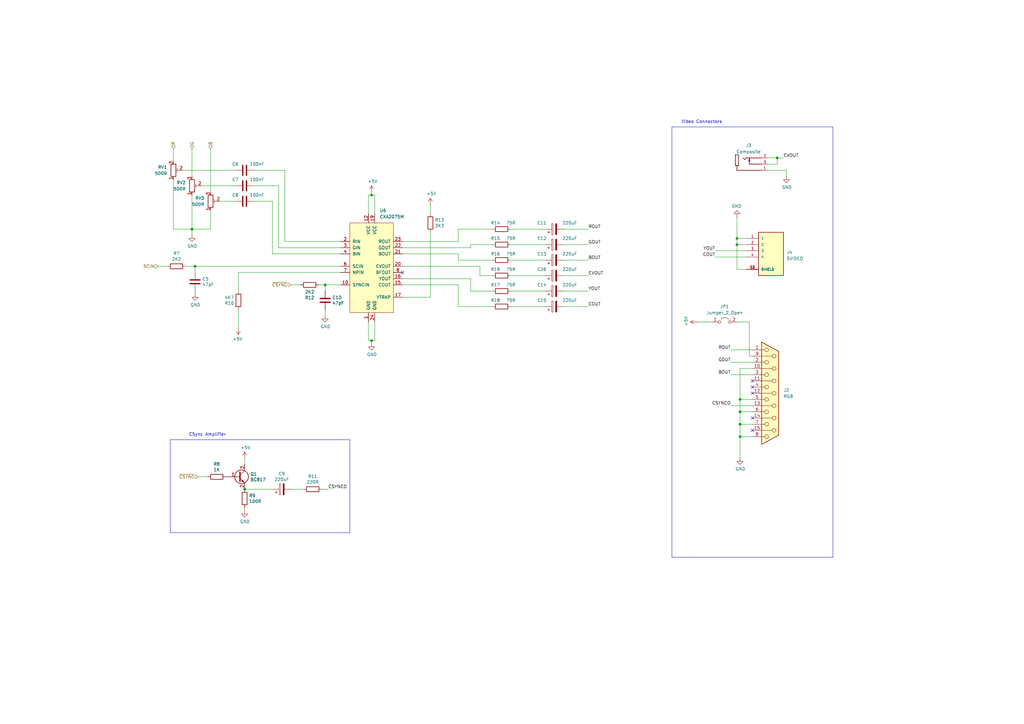
<source format=kicad_sch>
(kicad_sch (version 20231120) (generator "eeschema") (generator_version "8.0")
  (paper "A3")
  (title_block (title "TRH9000") (date "2024-02-22") (rev "1.5") (company "The Retro Hacker") (comment 2 "Shared under CERN-OHL-S license") (comment 3 "TRH9000 - Open Source MSX Graphics Card based on the Yamaha V9990") (comment 4 "Designed  by: Cristiano Goncalves"))
  (lib_symbols
    (symbol "Connector:DA15_Receptacle" (pin_names (offset 1.016) hide)
      (property "Reference" "J" (at 0.508 21.59 0))
      (property "Value" "DA15_Receptacle" (at 0 -22.225 0))
      (symbol "DA15_Receptacle_0_1"
        (circle (center -1.778 -17.78) (radius 0.762))
        (circle (center -1.778 -12.7) (radius 0.762))
        (circle (center -1.778 -7.62) (radius 0.762))
        (circle (center -1.778 -2.54) (radius 0.762))
        (circle (center -1.778 2.54) (radius 0.762))
        (circle (center -1.778 7.62) (radius 0.762))
        (circle (center -1.778 12.7) (radius 0.762))
        (circle (center -1.778 17.78) (radius 0.762))
        (polyline (pts (xy -3.81 -17.78) (xy -2.54 -17.78)))
        (polyline (pts (xy -3.81 -15.24) (xy 0.508 -15.24)))
        (polyline (pts (xy -3.81 -12.7) (xy -2.54 -12.7)))
        (polyline (pts (xy -3.81 -10.16) (xy 0.508 -10.16)))
        (polyline (pts (xy -3.81 -7.62) (xy -2.54 -7.62)))
        (polyline (pts (xy -3.81 -5.08) (xy 0.508 -5.08)))
        (polyline (pts (xy -3.81 -2.54) (xy -2.54 -2.54)))
        (polyline (pts (xy -3.81 0) (xy 0.508 0)))
        (polyline (pts (xy -3.81 2.54) (xy -2.54 2.54)))
        (polyline (pts (xy -3.81 5.08) (xy 0.508 5.08)))
        (polyline (pts (xy -3.81 7.62) (xy -2.54 7.62)))
        (polyline (pts (xy -3.81 10.16) (xy 0.508 10.16)))
        (polyline (pts (xy -3.81 12.7) (xy -2.54 12.7)))
        (polyline (pts (xy -3.81 15.24) (xy 0.508 15.24)))
        (polyline (pts (xy -3.81 17.78) (xy -2.54 17.78)))
        (polyline (pts (xy -3.81 20.955) (xy 3.175 17.145) (xy 3.175 -17.145) (xy -3.81 -20.955) (xy -3.81 20.955)) (stroke (width 0.254)) (fill (type background)))
        (circle (center 1.27 -15.24) (radius 0.762))
        (circle (center 1.27 -10.16) (radius 0.762))
        (circle (center 1.27 -5.08) (radius 0.762))
        (circle (center 1.27 0) (radius 0.762))
        (circle (center 1.27 5.08) (radius 0.762))
        (circle (center 1.27 10.16) (radius 0.762))
        (circle (center 1.27 15.24) (radius 0.762))
      )
      (symbol "DA15_Receptacle_1_1"
        (pin passive line (at -7.62 17.78 0) (length 3.81) (name "1") (number "1"))
        (pin passive line (at -7.62 10.16 0) (length 3.81) (name "P10") (number "10"))
        (pin passive line (at -7.62 5.08 0) (length 3.81) (name "P111") (number "11"))
        (pin passive line (at -7.62 0 0) (length 3.81) (name "P12") (number "12"))
        (pin passive line (at -7.62 -5.08 0) (length 3.81) (name "P13") (number "13"))
        (pin passive line (at -7.62 -10.16 0) (length 3.81) (name "P14") (number "14"))
        (pin passive line (at -7.62 -15.24 0) (length 3.81) (name "P15") (number "15"))
        (pin passive line (at -7.62 12.7 0) (length 3.81) (name "2") (number "2"))
        (pin passive line (at -7.62 7.62 0) (length 3.81) (name "3") (number "3"))
        (pin passive line (at -7.62 2.54 0) (length 3.81) (name "4") (number "4"))
        (pin passive line (at -7.62 -2.54 0) (length 3.81) (name "5") (number "5"))
        (pin passive line (at -7.62 -7.62 0) (length 3.81) (name "6") (number "6"))
        (pin passive line (at -7.62 -12.7 0) (length 3.81) (name "7") (number "7"))
        (pin passive line (at -7.62 -17.78 0) (length 3.81) (name "8") (number "8"))
        (pin passive line (at -7.62 15.24 0) (length 3.81) (name "P9") (number "9"))
      )
    )
    (symbol "Device:C" (pin_numbers hide) (pin_names (offset 0.254))
      (property "Reference" "C" (at 0.635 2.54 0))
      (property "Value" "C" (at 0.635 -2.54 0))
      (symbol "C_0_1"
        (polyline (pts (xy -2.032 -0.762) (xy 2.032 -0.762)) (stroke (width 0.508)))
        (polyline (pts (xy -2.032 0.762) (xy 2.032 0.762)) (stroke (width 0.508)))
      )
      (symbol "C_1_1"
        (pin passive line (at 0 3.81 270) (length 2.794) (name "~") (number "1"))
        (pin passive line (at 0 -3.81 90) (length 2.794) (name "~") (number "2"))
      )
    )
    (symbol "Device:C_Polarized" (pin_numbers hide) (pin_names (offset 0.254))
      (property "Reference" "C" (at 0.635 2.54 0))
      (property "Value" "C_Polarized" (at 0.635 -2.54 0))
      (symbol "C_Polarized_0_1"
        (rectangle (start -2.286 0.508) (end 2.286 1.016))
        (polyline (pts (xy -1.778 2.286) (xy -0.762 2.286)))
        (polyline (pts (xy -1.27 2.794) (xy -1.27 1.778)))
        (rectangle (start 2.286 -0.508) (end -2.286 -1.016) (fill (type outline)))
      )
      (symbol "C_Polarized_1_1"
        (pin passive line (at 0 3.81 270) (length 2.794) (name "~") (number "1"))
        (pin passive line (at 0 -3.81 90) (length 2.794) (name "~") (number "2"))
      )
    )
    (symbol "Device:R" (pin_numbers hide) (pin_names (offset 0))
      (property "Reference" "R" (at 2.032 0 90))
      (property "Value" "R" (at 0 0 90))
      (symbol "R_0_1"
        (rectangle (start -1.016 -2.54) (end 1.016 2.54) (stroke (width 0.254)))
      )
      (symbol "R_1_1"
        (pin passive line (at 0 3.81 270) (length 1.27) (name "~") (number "1"))
        (pin passive line (at 0 -3.81 90) (length 1.27) (name "~") (number "2"))
      )
    )
    (symbol "Device:R_Potentiometer_Trim" (pin_names (offset 1.016) hide)
      (property "Reference" "RV" (at -4.445 0 90))
      (property "Value" "R_Potentiometer_Trim" (at -2.54 0 90))
      (symbol "R_Potentiometer_Trim_0_1"
        (polyline (pts (xy 1.524 0.762) (xy 1.524 -0.762)))
        (polyline (pts (xy 2.54 0) (xy 1.524 0)))
        (rectangle (start 1.016 2.54) (end -1.016 -2.54) (stroke (width 0.254)))
      )
      (symbol "R_Potentiometer_Trim_1_1"
        (pin passive line (at 0 3.81 270) (length 1.27) (name "1") (number "1"))
        (pin passive line (at 3.81 0 180) (length 1.27) (name "2") (number "2"))
        (pin passive line (at 0 -3.81 90) (length 1.27) (name "3") (number "3"))
      )
    )
    (symbol "Jumper:Jumper_2_Open" (pin_names (offset 0) hide)
      (property "Reference" "JP" (at 0 2.794 0))
      (property "Value" "Jumper_2_Open" (at 0 -2.286 0))
      (symbol "Jumper_2_Open_0_0"
        (circle (center -2.032 0) (radius 0.508))
        (circle (center 2.032 0) (radius 0.508))
      )
      (symbol "Jumper_2_Open_0_1"
        (arc (start 1.524 1.27) (mid 0 1.778) (end -1.524 1.27))
      )
      (symbol "Jumper_2_Open_1_1"
        (pin passive line (at -5.08 0 0) (length 2.54) (name "A") (number "1"))
        (pin passive line (at 5.08 0 180) (length 2.54) (name "B") (number "2"))
      )
    )
    (symbol "MD-40SM:MD-40SM" (pin_names (offset 1.016))
      (property "Reference" "J" (at -5.08 8.382 0))
      (property "Value" "MD-40SM" (at -5.08 -12.7 0))
      (symbol "MD-40SM_0_0"
        (rectangle (start -5.08 -10.16) (end 5.08 7.62) (stroke (width 0.254)) (fill (type background)))
        (pin passive line (at -10.16 5.08 0) (length 5.08) (name "1") (number "1"))
        (pin passive line (at -10.16 2.54 0) (length 5.08) (name "2") (number "2"))
        (pin passive line (at -10.16 0 0) (length 5.08) (name "3") (number "3"))
        (pin passive line (at -10.16 -2.54 0) (length 5.08) (name "4") (number "4"))
        (pin passive line (at -10.16 -7.62 0) (length 5.08) (name "SHIELD") (number "S1"))
        (pin passive line (at -10.16 -7.62 0) (length 5.08) (name "SHIELD") (number "S2"))
        (pin passive line (at -10.16 -7.62 0) (length 5.08) (name "SHIELD") (number "S3"))
      )
    )
    (symbol "PJRAN1X1U02AUX:PJRAN1X1U02AUX" (pin_names (offset 1.016))
      (property "Reference" "J" (at -5.08 5.08 0))
      (property "Value" "PJRAN1X1U02AUX" (at -5.08 -6.35 0))
      (symbol "PJRAN1X1U02AUX_0_0"
        (polyline (pts (xy -5.715 -0.635) (xy -5.08 -0.635)) (stroke (width 0.254)))
        (polyline (pts (xy -5.715 3.81) (xy -5.715 -0.635)) (stroke (width 0.254)))
        (polyline (pts (xy -5.08 -2.54) (xy -5.08 -0.635)) (stroke (width 0.254)))
        (polyline (pts (xy -5.08 -0.635) (xy -4.445 -0.635)) (stroke (width 0.254)))
        (polyline (pts (xy -4.445 -0.635) (xy -4.445 3.81)) (stroke (width 0.254)))
        (polyline (pts (xy -4.445 3.81) (xy -5.715 3.81)) (stroke (width 0.254)))
        (polyline (pts (xy -1.905 1.905) (xy -2.54 2.54)) (stroke (width 0.254)))
        (polyline (pts (xy -1.27 2.54) (xy -1.905 1.905)) (stroke (width 0.254)))
        (polyline (pts (xy 0 0) (xy 0 2.54)) (stroke (width 0.254)))
        (polyline (pts (xy 0 0) (xy 5.08 0)) (stroke (width 0.254)))
        (polyline (pts (xy 5.08 -2.54) (xy -5.08 -2.54)) (stroke (width 0.254)))
        (polyline (pts (xy 5.08 2.54) (xy -1.27 2.54)) (stroke (width 0.254)))
        (polyline (pts (xy 0 2.286) (xy 0.254 1.27) (xy -0.254 1.27) (xy 0 2.286)) (stroke (width 0.254)) (fill (type outline)))
        (pin passive line (at 7.62 -2.54 180) (length 2.54) (name "~") (number "1"))
        (pin passive line (at 7.62 2.54 180) (length 2.54) (name "~") (number "2"))
        (pin passive line (at 7.62 0 180) (length 2.54) (name "~") (number "3"))
      )
    )
    (symbol "TRH9000:CXA2075M" (pin_names (offset 1.016))
      (property "Reference" "U" (at -8.89 20.32 0))
      (property "Value" "CXA2075M" (at 7.62 20.32 0))
      (symbol "CXA2075M_0_1"
        (rectangle (start -8.89 19.05) (end 8.89 -17.78) (fill (type background)))
      )
      (symbol "CXA2075M_1_1"
        (pin power_in line (at -1.27 -21.59 90) (length 3.81) (name "GND") (number "1"))
        (pin input line (at -12.7 -6.35 0) (length 3.81) (name "SYNCIN") (number "10"))
        (pin no_connect line (at -12.7 -8.89 0) (length 3.81) hide (name "NC") (number "11"))
        (pin power_in line (at -1.27 22.86 270) (length 3.81) (name "VCC") (number "12"))
        (pin no_connect line (at 12.7 13.97 180) (length 3.81) hide (name "NC") (number "13"))
        (pin no_connect line (at 11.43 -8.89 180) (length 3.81) hide (name "NC") (number "14"))
        (pin output line (at 12.7 -6.35 180) (length 3.81) (name "COUT") (number "15"))
        (pin output line (at 12.7 -3.81 180) (length 3.81) (name "YOUT") (number "16"))
        (pin input line (at 12.7 -11.43 180) (length 3.81) (name "YTRAP") (number "17"))
        (pin no_connect line (at 11.43 -13.97 180) (length 3.81) hide (name "NC") (number "18"))
        (pin power_in line (at 1.27 22.86 270) (length 3.81) (name "VCC") (number "19"))
        (pin input line (at -12.7 11.43 0) (length 3.81) (name "RIN") (number "2"))
        (pin output line (at 12.7 1.27 180) (length 3.81) (name "CVOUT") (number "20"))
        (pin output line (at 12.7 6.35 180) (length 3.81) (name "BOUT") (number "21"))
        (pin output line (at 12.7 8.89 180) (length 3.81) (name "GOUT") (number "22"))
        (pin output line (at 12.7 11.43 180) (length 3.81) (name "ROUT") (number "23"))
        (pin power_in line (at 1.27 -21.59 90) (length 3.81) (name "GND") (number "24"))
        (pin input line (at -12.7 8.89 0) (length 3.81) (name "GIN") (number "3"))
        (pin input line (at -12.7 6.35 0) (length 3.81) (name "BIN") (number "4"))
        (pin no_connect line (at -12.7 3.81 0) (length 3.81) hide (name "NC") (number "5"))
        (pin input line (at -12.7 1.27 0) (length 3.81) (name "SCIN") (number "6"))
        (pin input line (at -12.7 -1.27 0) (length 3.81) (name "NPIN") (number "7"))
        (pin output line (at 12.7 -1.27 180) (length 3.81) (name "BFOUT") (number "8"))
        (pin no_connect line (at -12.7 -3.81 0) (length 3.81) hide (name "NC") (number "9"))
      )
    )
    (symbol "Transistor_BJT:BC817" (pin_names (offset 0) hide)
      (property "Reference" "Q" (at 5.08 1.905 0))
      (property "Value" "BC817" (at 5.08 0 0))
      (symbol "BC817_0_1"
        (polyline (pts (xy 0.635 0.635) (xy 2.54 2.54)))
        (polyline (pts (xy 0.635 -0.635) (xy 2.54 -2.54) (xy 2.54 -2.54)))
        (polyline (pts (xy 0.635 1.905) (xy 0.635 -1.905) (xy 0.635 -1.905)) (stroke (width 0.508)))
        (polyline (pts (xy 1.27 -1.778) (xy 1.778 -1.27) (xy 2.286 -2.286) (xy 1.27 -1.778) (xy 1.27 -1.778)) (fill (type outline)))
        (circle (center 1.27 0) (radius 2.8194) (stroke (width 0.254)))
      )
      (symbol "BC817_1_1"
        (pin input line (at -5.08 0 0) (length 5.715) (name "B") (number "1"))
        (pin passive line (at 2.54 -5.08 90) (length 2.54) (name "E") (number "2"))
        (pin passive line (at 2.54 5.08 270) (length 2.54) (name "C") (number "3"))
      )
    )
    (symbol "power:+5V" (power) (pin_numbers hide) (pin_names (offset 0) hide)
      (property "Value" "+5V" (at 0 3.556 0))
      (symbol "+5V_0_1"
        (polyline (pts (xy -0.762 1.27) (xy 0 2.54)))
        (polyline (pts (xy 0 0) (xy 0 2.54)))
        (polyline (pts (xy 0 2.54) (xy 0.762 1.27)))
      )
      (symbol "+5V_1_1"
        (pin power_in line (at 0 0 90) (length 0) (name "~") (number "1"))
      )
    )
    (symbol "power:GND" (power) (pin_numbers hide) (pin_names (offset 0) hide)
      (property "Value" "GND" (at 0 -3.81 0))
      (symbol "GND_0_1"
        (polyline (pts (xy 0 0) (xy 0 -1.27) (xy 1.27 -1.27) (xy 0 -2.54) (xy -1.27 -1.27) (xy 0 -1.27)))
      )
      (symbol "GND_1_1"
        (pin power_in line (at 0 0 270) (length 0) (name "~") (number "1"))
      )
    )
  )
  (junction (at 80.01 109.22))
  (junction (at 303.53 179.07))
  (junction (at 100.33 200.66))
  (junction (at 302.26 100.33))
  (junction (at 303.53 163.83))
  (junction (at 152.4 80.01))
  (junction (at 318.77 64.77))
  (junction (at 133.35 116.84))
  (junction (at 302.26 97.79))
  (junction (at 78.74 93.98))
  (junction (at 152.4 139.7))
  (junction (at 303.53 173.99))
  (junction (at 303.53 168.91))
  (no_connect (at 308.61 176.53))
  (no_connect (at 308.61 156.21))
  (no_connect (at 308.61 161.29))
  (no_connect (at 165.1 111.76))
  (no_connect (at 308.61 171.45))
  (no_connect (at 308.61 158.75))
  (wire (pts (xy 187.96 104.14) (xy 187.96 106.68)))
  (wire (pts (xy 74.93 69.85) (xy 96.52 69.85)))
  (wire (pts (xy 152.4 80.01) (xy 153.67 80.01)))
  (wire (pts (xy 80.01 119.38) (xy 80.01 120.65)))
  (wire (pts (xy 86.36 93.98) (xy 78.74 93.98)))
  (wire (pts (xy 306.07 100.33) (xy 302.26 100.33)))
  (wire (pts (xy 293.37 105.41) (xy 306.07 105.41)))
  (wire (pts (xy 82.55 76.2) (xy 96.52 76.2)))
  (wire (pts (xy 134.62 200.66) (xy 132.08 200.66)))
  (wire (pts (xy 151.13 139.7) (xy 152.4 139.7)))
  (wire (pts (xy 303.53 168.91) (xy 308.61 168.91)))
  (wire (pts (xy 86.36 60.96) (xy 86.36 78.74)))
  (wire (pts (xy 187.96 106.68) (xy 201.93 106.68)))
  (polyline (pts (xy 69.85 180.34) (xy 143.51 180.34)))
  (wire (pts (xy 119.38 116.84) (xy 123.19 116.84)))
  (polyline (pts (xy 143.51 180.34) (xy 143.51 218.44)))
  (wire (pts (xy 90.17 82.55) (xy 96.52 82.55)))
  (wire (pts (xy 187.96 93.98) (xy 187.96 99.06)))
  (wire (pts (xy 100.33 190.5) (xy 100.33 187.96)))
  (wire (pts (xy 116.84 69.85) (xy 104.14 69.85)))
  (polyline (pts (xy 275.59 228.6) (xy 341.63 228.6)))
  (wire (pts (xy 76.2 109.22) (xy 80.01 109.22)))
  (wire (pts (xy 303.53 179.07) (xy 308.61 179.07)))
  (wire (pts (xy 302.26 97.79) (xy 306.07 97.79)))
  (wire (pts (xy 307.34 146.05) (xy 307.34 132.08)))
  (wire (pts (xy 152.4 78.74) (xy 152.4 80.01)))
  (wire (pts (xy 151.13 80.01) (xy 152.4 80.01)))
  (wire (pts (xy 187.96 125.73) (xy 201.93 125.73)))
  (wire (pts (xy 64.77 109.22) (xy 68.58 109.22)))
  (polyline (pts (xy 143.51 218.44) (xy 69.85 218.44)))
  (wire (pts (xy 231.14 93.98) (xy 241.3 93.98)))
  (wire (pts (xy 302.26 132.08) (xy 307.34 132.08)))
  (wire (pts (xy 100.33 200.66) (xy 111.76 200.66)))
  (wire (pts (xy 241.3 125.73) (xy 231.14 125.73)))
  (wire (pts (xy 241.3 100.33) (xy 231.14 100.33)))
  (wire (pts (xy 152.4 139.7) (xy 153.67 139.7)))
  (wire (pts (xy 116.84 69.85) (xy 116.84 99.06)))
  (wire (pts (xy 314.96 69.85) (xy 322.58 69.85)))
  (wire (pts (xy 209.55 113.03) (xy 223.52 113.03)))
  (wire (pts (xy 303.53 179.07) (xy 303.53 187.96)))
  (wire (pts (xy 196.85 113.03) (xy 201.93 113.03)))
  (wire (pts (xy 302.26 110.49) (xy 302.26 100.33)))
  (wire (pts (xy 209.55 106.68) (xy 223.52 106.68)))
  (wire (pts (xy 165.1 116.84) (xy 187.96 116.84)))
  (wire (pts (xy 303.53 179.07) (xy 303.53 173.99)))
  (wire (pts (xy 193.04 100.33) (xy 193.04 101.6)))
  (wire (pts (xy 152.4 140.97) (xy 152.4 139.7)))
  (wire (pts (xy 314.96 67.31) (xy 318.77 67.31)))
  (wire (pts (xy 193.04 100.33) (xy 201.93 100.33)))
  (wire (pts (xy 114.3 76.2) (xy 104.14 76.2)))
  (wire (pts (xy 303.53 168.91) (xy 303.53 163.83)))
  (wire (pts (xy 299.72 166.37) (xy 308.61 166.37)))
  (wire (pts (xy 133.35 129.54) (xy 133.35 127)))
  (polyline (pts (xy 361.95 157.48) (xy 361.95 157.48)))
  (wire (pts (xy 114.3 76.2) (xy 114.3 101.6)))
  (wire (pts (xy 151.13 80.01) (xy 151.13 87.63)))
  (wire (pts (xy 299.72 153.67) (xy 308.61 153.67)))
  (wire (pts (xy 153.67 80.01) (xy 153.67 87.63)))
  (wire (pts (xy 303.53 151.13) (xy 308.61 151.13)))
  (wire (pts (xy 308.61 146.05) (xy 307.34 146.05)))
  (wire (pts (xy 80.01 109.22) (xy 80.01 111.76)))
  (wire (pts (xy 193.04 114.3) (xy 193.04 119.38)))
  (wire (pts (xy 78.74 60.96) (xy 78.74 72.39)))
  (wire (pts (xy 193.04 119.38) (xy 201.93 119.38)))
  (wire (pts (xy 223.52 100.33) (xy 209.55 100.33)))
  (wire (pts (xy 176.53 121.92) (xy 176.53 95.25)))
  (wire (pts (xy 139.7 99.06) (xy 116.84 99.06)))
  (wire (pts (xy 81.28 195.58) (xy 85.09 195.58)))
  (wire (pts (xy 139.7 111.76) (xy 97.79 111.76)))
  (wire (pts (xy 124.46 200.66) (xy 119.38 200.66)))
  (wire (pts (xy 314.96 64.77) (xy 318.77 64.77)))
  (wire (pts (xy 71.12 73.66) (xy 71.12 93.98)))
  (wire (pts (xy 139.7 101.6) (xy 114.3 101.6)))
  (wire (pts (xy 231.14 113.03) (xy 241.3 113.03)))
  (wire (pts (xy 303.53 163.83) (xy 303.53 151.13)))
  (wire (pts (xy 133.35 119.38) (xy 133.35 116.84)))
  (wire (pts (xy 223.52 125.73) (xy 209.55 125.73)))
  (wire (pts (xy 165.1 109.22) (xy 196.85 109.22)))
  (wire (pts (xy 71.12 60.96) (xy 71.12 66.04)))
  (wire (pts (xy 111.76 82.55) (xy 104.14 82.55)))
  (wire (pts (xy 176.53 87.63) (xy 176.53 83.82)))
  (wire (pts (xy 299.72 143.51) (xy 308.61 143.51)))
  (wire (pts (xy 223.52 93.98) (xy 209.55 93.98)))
  (wire (pts (xy 303.53 163.83) (xy 308.61 163.83)))
  (wire (pts (xy 130.81 116.84) (xy 133.35 116.84)))
  (wire (pts (xy 165.1 121.92) (xy 176.53 121.92)))
  (polyline (pts (xy 69.85 180.34) (xy 69.85 218.44)))
  (wire (pts (xy 165.1 99.06) (xy 187.96 99.06)))
  (wire (pts (xy 306.07 110.49) (xy 302.26 110.49)))
  (wire (pts (xy 302.26 100.33) (xy 302.26 97.79)))
  (wire (pts (xy 71.12 93.98) (xy 78.74 93.98)))
  (wire (pts (xy 231.14 106.68) (xy 241.3 106.68)))
  (wire (pts (xy 151.13 132.08) (xy 151.13 139.7)))
  (wire (pts (xy 187.96 104.14) (xy 165.1 104.14)))
  (wire (pts (xy 293.37 102.87) (xy 306.07 102.87)))
  (polyline (pts (xy 275.59 52.07) (xy 275.59 228.6)))
  (wire (pts (xy 78.74 80.01) (xy 78.74 93.98)))
  (wire (pts (xy 80.01 109.22) (xy 139.7 109.22)))
  (wire (pts (xy 303.53 173.99) (xy 308.61 173.99)))
  (wire (pts (xy 299.72 148.59) (xy 308.61 148.59)))
  (wire (pts (xy 97.79 111.76) (xy 97.79 119.38)))
  (wire (pts (xy 318.77 64.77) (xy 321.31 64.77)))
  (wire (pts (xy 100.33 208.28) (xy 100.33 209.55)))
  (wire (pts (xy 187.96 116.84) (xy 187.96 125.73)))
  (wire (pts (xy 196.85 109.22) (xy 196.85 113.03)))
  (wire (pts (xy 165.1 101.6) (xy 193.04 101.6)))
  (wire (pts (xy 285.75 132.08) (xy 292.1 132.08)))
  (polyline (pts (xy 341.63 228.6) (xy 341.63 52.07)))
  (polyline (pts (xy 275.59 52.07) (xy 341.63 52.07)))
  (wire (pts (xy 165.1 114.3) (xy 193.04 114.3)))
  (wire (pts (xy 318.77 67.31) (xy 318.77 64.77)))
  (wire (pts (xy 231.14 119.38) (xy 241.3 119.38)))
  (wire (pts (xy 187.96 93.98) (xy 201.93 93.98)))
  (wire (pts (xy 111.76 82.55) (xy 111.76 104.14)))
  (wire (pts (xy 303.53 173.99) (xy 303.53 168.91)))
  (wire (pts (xy 153.67 132.08) (xy 153.67 139.7)))
  (wire (pts (xy 139.7 104.14) (xy 111.76 104.14)))
  (wire (pts (xy 133.35 116.84) (xy 139.7 116.84)))
  (wire (pts (xy 322.58 69.85) (xy 322.58 72.39)))
  (wire (pts (xy 78.74 93.98) (xy 78.74 96.52)))
  (wire (pts (xy 97.79 127) (xy 97.79 134.62)))
  (wire (pts (xy 86.36 86.36) (xy 86.36 93.98)))
  (wire (pts (xy 302.26 88.9) (xy 302.26 97.79)))
  (wire (pts (xy 209.55 119.38) (xy 223.52 119.38)))
  (text "CSync Amplifier" (at 77.47 179.07 0) (effects (font (size 1.27 1.27)) (justify left bottom)))
  (text "Video Connectors\n" (at 279.4 50.8 0) (effects (font (size 1.27 1.27)) (justify left bottom)))
  (label "YOUT" (at 293.37 102.87 180))
  (label "YOUT" (at 241.3 119.38 0))
  (label "GOUT" (at 299.72 148.59 180))
  (label "COUT" (at 241.3 125.73 0))
  (label "CVOUT" (at 241.3 113.03 0))
  (label "COUT" (at 293.37 105.41 180))
  (label "CVOUT" (at 321.31 64.77 0))
  (label "BOUT" (at 299.72 153.67 180))
  (label "CSYNCO" (at 134.62 200.66 0))
  (label "ROUT" (at 299.72 143.51 180))
  (label "ROUT" (at 241.3 93.98 0))
  (label "BOUT" (at 241.3 106.68 0))
  (label "GOUT" (at 241.3 100.33 0))
  (label "CSYNCO" (at 299.72 166.37 180))
  (hierarchical_label "SCIN" (shape input) (at 64.77 109.22 180))
  (hierarchical_label "R" (shape input) (at 71.12 60.96 90))
  (hierarchical_label "~{CSYNC}" (shape input) (at 119.38 116.84 180))
  (hierarchical_label "~{CSYNC}" (shape input) (at 81.28 195.58 180))
  (hierarchical_label "B" (shape input) (at 86.36 60.96 90))
  (hierarchical_label "G" (shape input) (at 78.74 60.96 90))
  (symbol (lib_id "MD-40SM:MD-40SM") (at 316.23 102.87 0) (unit 1)
    (property "Reference" "J4" (at 322.58 103.505 0) (effects (justify left)))
    (property "Value" "SVIDEO" (at 322.58 106.045 0) (effects (justify left)))
    (property "Footprint" "MD-40SM:CUI_MD-40SM" (effects (hide yes)))
    (property "Description" "4 Pin, Mini Circular Connector w/ Shield" (effects (hide yes)))
    (property "MF" "CUI Devices" (effects (hide yes)))
    (property "MAXIMUM_PACKAGE_HEIGHT" "12.8 mm" (effects (hide yes)))
    (property "Package" "None" (effects (hide yes)))
    (property "Price" "None" (effects (hide yes)))
    (property "Check_prices" "https://www.snapeda.com/parts/MD-40SM/CUI+Devices/view-part/?ref=eda" (effects (hide yes)))
    (property "STANDARD" "Manufacturer Recommendations" (effects (hide yes)))
    (property "PARTREV" "02/18/2022" (effects (hide yes)))
    (property "SnapEDA_Link" "https://www.snapeda.com/parts/MD-40SM/CUI+Devices/view-part/?ref=snap" (effects (hide yes)))
    (property "MP" "MD-40SM" (effects (hide yes)))
    (property "Purchase-URL" "https://www.snapeda.com/api/url_track_click_mouser/?unipart_id=547108&manufacturer=CUI Devices&part_name=MD-40SM&search_term=mini din 4pin svideo" (effects (hide yes)))
    (property "CUI_purchase_URL" "https://www.cuidevices.com/product/interconnect/connectors/din-connectors/md-40sm?utm_source=snapeda.com&utm_medium=referral&utm_campaign=snapedaBOM" (effects (hide yes)))
    (property "Availability" "In Stock" (effects (hide yes)))
    (property "MANUFACTURER" "CUI" (effects (hide yes)))
    (property "Description_1" "4 Pin, Mini Circular Connector w/ Shield" (effects (hide yes)))
  )
  (symbol (lib_id "PJRAN1X1U02AUX:PJRAN1X1U02AUX") (at 307.34 67.31 0) (unit 1)
    (property "Reference" "J3" (at 307.0225 59.69 0))
    (property "Value" "Composite" (at 307.0225 62.23 0))
    (property "Footprint" "PJRAN1X1U02AUX:SWITCHCRAFT_PJRAN1X1U02AUX" (effects (hide yes)))
    (property "Description" "\nRCA Phono Connectors RCA PHONO JACK WHT.\n" (effects (hide yes)))
    (property "MF" "Switchcraft" (effects (hide yes)))
    (property "MAXIMUM_PACKAGE_HEIGHT" "13 mm" (effects (hide yes)))
    (property "Package" "None" (effects (hide yes)))
    (property "Price" "None" (effects (hide yes)))
    (property "Check_prices" "https://www.snapeda.com/parts/PJRAN1X1U02AUX/Switchcraft+%252F+Conxall/view-part/?ref=eda" (effects (hide yes)))
    (property "STANDARD" "Manufacturer Recommendations" (effects (hide yes)))
    (property "PARTREV" "A" (effects (hide yes)))
    (property "SnapEDA_Link" "https://www.snapeda.com/parts/PJRAN1X1U02AUX/Switchcraft+%252F+Conxall/view-part/?ref=snap" (effects (hide yes)))
    (property "MP" "PJRAN1X1U02AUX" (effects (hide yes)))
    (property "Availability" "In Stock" (effects (hide yes)))
    (property "MANUFACTURER" "Switchcraft" (effects (hide yes)))
    (property "Description_1" "\nRCA Phono Connectors RCA PHONO JACK WHT.\n" (effects (hide yes)))
  )
  (symbol (lib_id "power:GND") (at 302.26 88.9 180) (unit 1)
    (property "Reference" "#PWR050" (effects (hide yes)))
    (property "Value" "GND" (at 302.133 84.5058 0))
    (property "Description" "Power symbol creates a global label with name \"GND\" , ground" (effects (hide yes)))
  )
  (symbol (lib_id "Device:R_Potentiometer_Trim") (at 86.36 82.55 0) (mirror x) (unit 1)
    (property "Reference" "RV3" (at 83.82 81.2799 0) (effects (justify right)))
    (property "Value" "500R" (at 83.82 83.8199 0) (effects (justify right)))
    (property "Footprint" "Potentiometer_SMD:Potentiometer_Bourns_3314G_Vertical" (effects (hide yes)))
  )
  (symbol (lib_id "Device:C") (at 100.33 76.2 270) (unit 1)
    (property "Reference" "C7" (at 96.52 73.66 90))
    (property "Value" "100nF" (at 105.41 73.66 90))
    (property "Footprint" "Capacitor_SMD:C_0805_2012Metric" (effects (hide yes)))
  )
  (symbol (lib_id "Device:R") (at 100.33 204.47 0) (unit 1)
    (property "Reference" "R9" (at 102.108 203.3016 0) (effects (justify left)))
    (property "Value" "100R" (at 102.108 205.613 0) (effects (justify left)))
    (property "Footprint" "Resistor_SMD:R_0805_2012Metric" (effects (hide yes)))
  )
  (symbol (lib_id "Device:C_Polarized") (at 227.33 125.73 90) (unit 1)
    (property "Reference" "C15" (at 222.25 123.19 90))
    (property "Value" "220uF" (at 233.68 123.19 90))
    (property "Footprint" "Capacitor_Tantalum_SMD:CP_EIA-3528-15_AVX-H" (effects (hide yes)))
  )
  (symbol (lib_id "Device:R") (at 205.74 119.38 270) (unit 1)
    (property "Reference" "R17" (at 203.2 116.84 90))
    (property "Value" "75R" (at 209.55 116.84 90))
    (property "Footprint" "Resistor_SMD:R_0805_2012Metric" (effects (hide yes)))
  )
  (symbol (lib_id "power:GND") (at 100.33 209.55 0) (unit 1)
    (property "Reference" "#PWR015" (effects (hide yes)))
    (property "Value" "GND" (at 100.457 213.9442 0))
    (property "Description" "Power symbol creates a global label with name \"GND\" , ground" (effects (hide yes)))
  )
  (symbol (lib_id "power:+5V") (at 97.79 134.62 180) (unit 1)
    (property "Reference" "#PWR016" (effects (hide yes)))
    (property "Value" "+5V" (at 97.409 139.0142 0))
    (property "Description" "Power symbol creates a global label with name \"+5V\"" (effects (hide yes)))
  )
  (symbol (lib_id "Device:C") (at 100.33 82.55 270) (unit 1)
    (property "Reference" "C8" (at 96.52 80.01 90))
    (property "Value" "100nF" (at 105.41 80.01 90))
    (property "Footprint" "Capacitor_SMD:C_0805_2012Metric" (effects (hide yes)))
  )
  (symbol (lib_id "power:+5V") (at 176.53 83.82 0) (unit 1)
    (property "Reference" "#PWR020" (effects (hide yes)))
    (property "Value" "+5V" (at 176.911 79.4258 0))
    (property "Description" "Power symbol creates a global label with name \"+5V\"" (effects (hide yes)))
  )
  (symbol (lib_id "Device:R") (at 205.74 106.68 270) (unit 1)
    (property "Reference" "R16" (at 203.2 104.14 90))
    (property "Value" "75R" (at 209.55 104.14 90))
    (property "Footprint" "Resistor_SMD:R_0805_2012Metric" (effects (hide yes)))
  )
  (symbol (lib_id "power:GND") (at 152.4 140.97 0) (unit 1)
    (property "Reference" "#PWR019" (effects (hide yes)))
    (property "Value" "GND" (at 152.527 145.3642 0))
    (property "Description" "Power symbol creates a global label with name \"GND\" , ground" (effects (hide yes)))
  )
  (symbol (lib_id "Device:R") (at 205.74 93.98 270) (unit 1)
    (property "Reference" "R14" (at 203.2 91.44 90))
    (property "Value" "75R" (at 209.55 91.44 90))
    (property "Footprint" "Resistor_SMD:R_0805_2012Metric" (effects (hide yes)))
  )
  (symbol (lib_id "Device:C_Polarized") (at 227.33 106.68 90) (unit 1)
    (property "Reference" "C13" (at 222.25 104.14 90))
    (property "Value" "220uF" (at 233.68 104.14 90))
    (property "Footprint" "Capacitor_Tantalum_SMD:CP_EIA-3528-15_AVX-H" (effects (hide yes)))
  )
  (symbol (lib_id "Connector:DA15_Receptacle") (at 316.23 161.29 0) (unit 1)
    (property "Reference" "J2" (at 321.31 160.0199 0) (effects (justify left)))
    (property "Value" "RGB" (at 321.31 162.5599 0) (effects (justify left)))
    (property "Footprint" "Connector_Dsub:DSUB-15-HD_Female_Horizontal_P2.29x1.98mm_EdgePinOffset3.03mm_Housed_MountingHolesOffset4.94mm" (effects (hide yes)))
    (property "Datasheet" " ~" (effects (hide yes)))
    (property "Description" "15-pin female receptacle socket D-SUB connector (low-density/2 columns)" (effects (hide yes)))
  )
  (symbol (lib_id "Device:C_Polarized") (at 227.33 119.38 90) (unit 1)
    (property "Reference" "C14" (at 222.25 116.84 90))
    (property "Value" "220uF" (at 233.68 116.84 90))
    (property "Footprint" "Capacitor_Tantalum_SMD:CP_EIA-3528-15_AVX-H" (effects (hide yes)))
  )
  (symbol (lib_id "Device:C") (at 133.35 123.19 0) (unit 1)
    (property "Reference" "C10" (at 136.271 122.0216 0) (effects (justify left)))
    (property "Value" "47pF" (at 136.271 124.333 0) (effects (justify left)))
    (property "Footprint" "Capacitor_SMD:C_0805_2012Metric" (effects (hide yes)))
  )
  (symbol (lib_id "power:+5V") (at 152.4 78.74 0) (unit 1)
    (property "Reference" "#PWR018" (effects (hide yes)))
    (property "Value" "+5V" (at 152.781 74.3458 0))
    (property "Description" "Power symbol creates a global label with name \"+5V\"" (effects (hide yes)))
  )
  (symbol (lib_id "Device:R") (at 88.9 195.58 270) (unit 1)
    (property "Reference" "R8" (at 88.9 190.3222 90))
    (property "Value" "1K" (at 88.9 192.6336 90))
    (property "Footprint" "Resistor_SMD:R_0805_2012Metric" (effects (hide yes)))
  )
  (symbol (lib_id "power:GND") (at 322.58 72.39 0) (unit 1)
    (property "Reference" "#PWR048" (effects (hide yes)))
    (property "Value" "GND" (at 322.707 76.7842 0))
    (property "Description" "Power symbol creates a global label with name \"GND\" , ground" (effects (hide yes)))
  )
  (symbol (lib_id "Device:R_Potentiometer_Trim") (at 78.74 76.2 0) (mirror x) (unit 1)
    (property "Reference" "RV2" (at 76.2 74.9299 0) (effects (justify right)))
    (property "Value" "500R" (at 76.2 77.4699 0) (effects (justify right)))
    (property "Footprint" "Potentiometer_SMD:Potentiometer_Bourns_3314G_Vertical" (effects (hide yes)))
  )
  (symbol (lib_id "Transistor_BJT:BC817") (at 97.79 195.58 0) (unit 1)
    (property "Reference" "Q1" (at 102.6414 194.4116 0) (effects (justify left)))
    (property "Value" "BC817" (at 102.6414 196.723 0) (effects (justify left)))
    (property "Footprint" "Package_TO_SOT_SMD:SOT-23" (effects (hide yes)))
    (property "Datasheet" "https://www.onsemi.com/pub/Collateral/BC818-D.pdf" (effects (hide yes)))
  )
  (symbol (lib_id "power:+5V") (at 100.33 187.96 0) (unit 1)
    (property "Reference" "#PWR014" (effects (hide yes)))
    (property "Value" "+5V" (at 100.711 183.5658 0))
    (property "Description" "Power symbol creates a global label with name \"+5V\"" (effects (hide yes)))
  )
  (symbol (lib_id "power:GND") (at 303.53 187.96 0) (unit 1)
    (property "Reference" "#PWR021" (effects (hide yes)))
    (property "Value" "GND" (at 303.657 192.3542 0))
    (property "Description" "Power symbol creates a global label with name \"GND\" , ground" (effects (hide yes)))
  )
  (symbol (lib_id "Device:R") (at 205.74 113.03 270) (unit 1)
    (property "Reference" "R19" (at 203.2 110.49 90))
    (property "Value" "75R" (at 209.55 110.49 90))
    (property "Footprint" "Resistor_SMD:R_0805_2012Metric" (effects (hide yes)))
  )
  (symbol (lib_id "power:+5V") (at 285.75 132.08 90) (unit 1)
    (property "Reference" "#PWR047" (effects (hide yes)))
    (property "Value" "+5V" (at 281.3558 131.699 0))
    (property "Description" "Power symbol creates a global label with name \"+5V\"" (effects (hide yes)))
  )
  (symbol (lib_id "Device:C") (at 80.01 115.57 0) (unit 1)
    (property "Reference" "C5" (at 82.931 114.4016 0) (effects (justify left)))
    (property "Value" "47pF" (at 82.931 116.713 0) (effects (justify left)))
    (property "Footprint" "Capacitor_SMD:C_0805_2012Metric" (effects (hide yes)))
  )
  (symbol (lib_id "power:GND") (at 80.01 120.65 0) (unit 1)
    (property "Reference" "#PWR013" (effects (hide yes)))
    (property "Value" "GND" (at 80.137 125.0442 0))
    (property "Description" "Power symbol creates a global label with name \"GND\" , ground" (effects (hide yes)))
  )
  (symbol (lib_id "Jumper:Jumper_2_Open") (at 297.18 132.08 0) (unit 1)
    (property "Reference" "JP1" (at 297.18 125.73 0))
    (property "Value" "Jumper_2_Open" (at 297.18 128.27 0))
    (property "Footprint" "Jumper:SolderJumper-2_P1.3mm_Open_Pad1.0x1.5mm" (effects (hide yes)))
  )
  (symbol (lib_id "Device:R") (at 205.74 100.33 270) (unit 1)
    (property "Reference" "R15" (at 203.2 97.79 90))
    (property "Value" "75R" (at 209.55 97.79 90))
    (property "Footprint" "Resistor_SMD:R_0805_2012Metric" (effects (hide yes)))
  )
  (symbol (lib_id "Device:R") (at 128.27 200.66 270) (unit 1)
    (property "Reference" "R11" (at 128.27 195.4022 90))
    (property "Value" "220R" (at 128.27 197.7136 90))
    (property "Footprint" "Resistor_SMD:R_0805_2012Metric" (effects (hide yes)))
  )
  (symbol (lib_id "Device:R_Potentiometer_Trim") (at 71.12 69.85 0) (mirror x) (unit 1)
    (property "Reference" "RV1" (at 68.58 68.5799 0) (effects (justify right)))
    (property "Value" "500R" (at 68.58 71.1199 0) (effects (justify right)))
    (property "Footprint" "Potentiometer_SMD:Potentiometer_Bourns_3314G_Vertical" (effects (hide yes)))
  )
  (symbol (lib_id "Device:C_Polarized") (at 227.33 93.98 90) (unit 1)
    (property "Reference" "C11" (at 222.25 91.44 90))
    (property "Value" "220uF" (at 233.68 91.44 90))
    (property "Footprint" "Capacitor_Tantalum_SMD:CP_EIA-3528-15_AVX-H" (effects (hide yes)))
  )
  (symbol (lib_id "Device:C") (at 100.33 69.85 270) (unit 1)
    (property "Reference" "C6" (at 96.52 67.31 90))
    (property "Value" "100nF" (at 105.41 67.31 90))
    (property "Footprint" "Capacitor_SMD:C_0805_2012Metric" (effects (hide yes)))
  )
  (symbol (lib_id "Device:C_Polarized") (at 115.57 200.66 90) (unit 1)
    (property "Reference" "C9" (at 115.57 194.31 90))
    (property "Value" "220uF" (at 115.57 196.596 90))
    (property "Footprint" "Capacitor_Tantalum_SMD:CP_EIA-3528-15_AVX-H" (effects (hide yes)))
    (property "Case" "B" (effects (hide yes)))
  )
  (symbol (lib_id "Device:R") (at 72.39 109.22 270) (unit 1)
    (property "Reference" "R7" (at 72.39 103.9622 90))
    (property "Value" "2K2" (at 72.39 106.2736 90))
    (property "Footprint" "Resistor_SMD:R_0805_2012Metric" (effects (hide yes)))
  )
  (symbol (lib_id "TRH9000:CXA2075M") (at 152.4 110.49 0) (unit 1)
    (property "Reference" "U6" (at 155.6894 86.36 0) (effects (justify left)))
    (property "Value" "CXA2075M" (at 155.6894 88.9 0) (effects (justify left)))
    (property "Footprint" "Package_SO:SO-24_5.3x15mm_P1.27mm" (effects (hide yes)))
  )
  (symbol (lib_id "Device:R") (at 205.74 125.73 270) (unit 1)
    (property "Reference" "R18" (at 203.2 123.19 90))
    (property "Value" "75R" (at 209.55 123.19 90))
    (property "Footprint" "Resistor_SMD:R_0805_2012Metric" (effects (hide yes)))
  )
  (symbol (lib_id "Device:R") (at 176.53 91.44 0) (unit 1)
    (property "Reference" "R13" (at 178.308 90.2716 0) (effects (justify left)))
    (property "Value" "3K3" (at 178.308 92.583 0) (effects (justify left)))
    (property "Footprint" "Resistor_SMD:R_0805_2012Metric" (effects (hide yes)))
  )
  (symbol (lib_id "power:GND") (at 78.74 96.52 0) (unit 1)
    (property "Reference" "#PWR012" (effects (hide yes)))
    (property "Value" "GND" (at 78.867 100.9142 0))
    (property "Description" "Power symbol creates a global label with name \"GND\" , ground" (effects (hide yes)))
  )
  (symbol (lib_id "Device:R") (at 127 116.84 90) (unit 1)
    (property "Reference" "R12" (at 127 122.0978 90))
    (property "Value" "2K2" (at 127 119.7864 90))
    (property "Footprint" "Resistor_SMD:R_0805_2012Metric" (effects (hide yes)))
  )
  (symbol (lib_id "Device:C_Polarized") (at 227.33 100.33 90) (unit 1)
    (property "Reference" "C12" (at 222.25 97.79 90))
    (property "Value" "220uF" (at 233.68 97.79 90))
    (property "Footprint" "Capacitor_Tantalum_SMD:CP_EIA-3528-15_AVX-H" (effects (hide yes)))
  )
  (symbol (lib_id "Device:C_Polarized") (at 227.33 113.03 90) (unit 1)
    (property "Reference" "C26" (at 222.25 110.49 90))
    (property "Value" "220uF" (at 233.68 110.49 90))
    (property "Footprint" "Capacitor_Tantalum_SMD:CP_EIA-3528-15_AVX-H" (effects (hide yes)))
  )
  (symbol (lib_id "power:GND") (at 133.35 129.54 0) (unit 1)
    (property "Reference" "#PWR017" (effects (hide yes)))
    (property "Value" "GND" (at 133.477 133.9342 0))
    (property "Description" "Power symbol creates a global label with name \"GND\" , ground" (effects (hide yes)))
  )
  (symbol (lib_id "Device:R") (at 97.79 123.19 180) (unit 1)
    (property "Reference" "R10" (at 96.012 124.3584 0) (effects (justify left)))
    (property "Value" "4K7" (at 96.012 122.047 0) (effects (justify left)))
    (property "Footprint" "Resistor_SMD:R_0805_2012Metric" (effects (hide yes)))
  )
)
</source>
